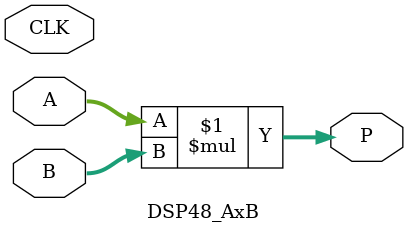
<source format=v>
module HandwashSensor(

    //1a) Add a clock automation, since the sensor doesn't need to be fast, we suggest a 10 MHz clock
    /*[Clock 10 MHz]*/
    input clk,

    //1b) Add a reset automation
    /*[Reset]*/
    input reset,

    input acceptLeftHandDistance,
    input [15:0] leftHandDistance,

    input acceptLeftHandGain,
    input [7:0] leftHandGain,

    input acceptRightHandDistance,
    input [15:0] rightHandDistance,

    input acceptRightHandGain,
    input [7:0] rightHandGain,

    output waterOn
);


//2) For the next 4 regs, leftHandDistanceHeld, leftHandGainHeld, rightHandDistanceHeld, and rightHandGainHeld,
//   add a HoldWhenAccept automation with no items. We are going to make a custom automation! Go to the
//   Automations > HoldWhenAccept.cs for Step 3).
/*[HoldWhenAccept]*/
reg [15:0] leftHandDistanceHeld;
/*<>*/always@(posedge clk)  begin
/*<>*/    if(reset)
/*<>*/        leftHandDistanceHeld <= 0;
/*<>*/    else if(acceptLeftHandDistance)
/*<>*/        leftHandDistanceHeld <= leftHandDistance;
/*<>*/    else
/*<>*/        leftHandDistanceHeld <= leftHandDistanceHeld;
/*<>*/end
/*[HoldWhenAccept]*/
reg [7:0] leftHandGainHeld;
/*<>*/always@(posedge clk)  begin
/*<>*/    if(reset)
/*<>*/        leftHandGainHeld <= 0;
/*<>*/    else if(acceptLeftHandGain)
/*<>*/        leftHandGainHeld <= leftHandGain;
/*<>*/    else
/*<>*/        leftHandGainHeld <= leftHandGainHeld;
/*<>*/end
/*[HoldWhenAccept]*/
reg [15:0] rightHandDistanceHeld;
/*<>*/always@(posedge clk)  begin
/*<>*/    if(reset)
/*<>*/        rightHandDistanceHeld <= 0;
/*<>*/    else if(acceptRightHandDistance)
/*<>*/        rightHandDistanceHeld <= rightHandDistance;
/*<>*/    else
/*<>*/        rightHandDistanceHeld <= rightHandDistanceHeld;
/*<>*/end
/*[HoldWhenAccept]*/
reg [7:0] rightHandGainHeld;
/*<>*/always@(posedge clk)  begin
/*<>*/    if(reset)
/*<>*/        rightHandGainHeld <= 0;
/*<>*/    else if(acceptRightHandGain)
/*<>*/        rightHandGainHeld <= rightHandGain;
/*<>*/    else
/*<>*/        rightHandGainHeld <= rightHandGainHeld;
/*<>*/end

//4) We need to calculate the distance of the left and right hands. Calculate the distance by multiplying
//   the left hand's distance by it's gain, and shift the result right by 7. In the example, we assume
//   that the gain is an 8 bit fixed point number with 7 decimal places. We recommend using the Calculate
//   automation to abstract away the multiplication.
//
//   You can pass an equation to the Calculate automation. Therefore, you could pass in an equation such as
//   leftHandDistanceHeld * leftHandGainHeld >> 7
//Calculate doc: https://icii.notion.site/Calculate-966443024d5d4d2db38f8db8b51f4424 (TODO: shorten url later)
/*[Calculate leftHandDistanceHeld * leftHandGainHeld >> 7]*/
/*<>*///Info: Please note, the result wire: leftHand, has a width (16) less than the calculation's result (17)
wire [15:0] leftHand;
/*<>*/wire [23:0] leftHandDistanceHeld_Mult_leftHandGainHeld;
/*<>*/DSP48_AxB dsp_leftHandDistanceHeld_Mult_leftHandGainHeld(
/*<>*/    .CLK(clk),
/*<>*/    .A({ {9{1'b0}}, leftHandDistanceHeld}),
/*<>*/    .B({ {10{1'b0}}, leftHandGainHeld}),
/*<>*/    .P(leftHandDistanceHeld_Mult_leftHandGainHeld)
/*<>*/);
/*<>*/reg [16:0] leftHandDistanceHeld_Mult_leftHandGainHeld_ShiftR_7;
/*<>*/always@(posedge clk) begin
/*<>*/    if(reset)
/*<>*/        leftHandDistanceHeld_Mult_leftHandGainHeld_ShiftR_7 <= 0;
/*<>*/    else
/*<>*/        leftHandDistanceHeld_Mult_leftHandGainHeld_ShiftR_7 <= leftHandDistanceHeld_Mult_leftHandGainHeld >> 7;
/*<>*/end
/*<>*/assign leftHand = leftHandDistanceHeld_Mult_leftHandGainHeld_ShiftR_7;

//5) Similary, we want to do the same for the right.

/*[Calculate rightHandDistanceHeld * rightHandGainHeld >> 7]*/
/*<>*///Info: Please note, the result wire: rightHand, has a width (16) less than the calculation's result (17)
wire [15:0] rightHand;
/*<>*/wire [23:0] rightHandDistanceHeld_Mult_rightHandGainHeld;
/*<>*/DSP48_AxB dsp_rightHandDistanceHeld_Mult_rightHandGainHeld(
/*<>*/    .CLK(clk),
/*<>*/    .A({ {9{1'b0}}, rightHandDistanceHeld}),
/*<>*/    .B({ {10{1'b0}}, rightHandGainHeld}),
/*<>*/    .P(rightHandDistanceHeld_Mult_rightHandGainHeld)
/*<>*/);
/*<>*/reg [16:0] rightHandDistanceHeld_Mult_rightHandGainHeld_ShiftR_7;
/*<>*/always@(posedge clk) begin
/*<>*/    if(reset)
/*<>*/        rightHandDistanceHeld_Mult_rightHandGainHeld_ShiftR_7 <= 0;
/*<>*/    else
/*<>*/        rightHandDistanceHeld_Mult_rightHandGainHeld_ShiftR_7 <= rightHandDistanceHeld_Mult_rightHandGainHeld >> 7;
/*<>*/end
/*<>*/assign rightHand = rightHandDistanceHeld_Mult_rightHandGainHeld_ShiftR_7;

parameter threshold = 1500;
assign waterOn = leftHand != 0 && rightHand != 0 && (leftHand < threshold || rightHand < threshold);

endmodule

module DSP48_AxB
   (CLK,
    A,
    B,
    P);
  
  input CLK;
  input [24:0]A;
  input [17:0]B;
  output [42:0]P;

assign P = A*B;

endmodule


</source>
